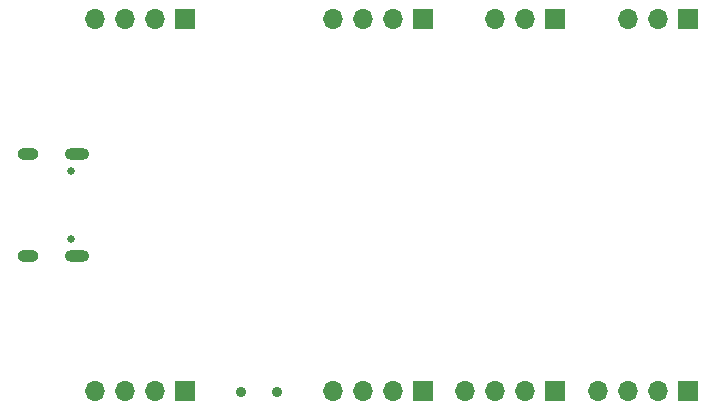
<source format=gbr>
%TF.GenerationSoftware,KiCad,Pcbnew,8.0.5*%
%TF.CreationDate,2024-12-16T02:16:42+02:00*%
%TF.ProjectId,TheXeric,54686558-6572-4696-932e-6b696361645f,1.0*%
%TF.SameCoordinates,Original*%
%TF.FileFunction,Soldermask,Bot*%
%TF.FilePolarity,Negative*%
%FSLAX46Y46*%
G04 Gerber Fmt 4.6, Leading zero omitted, Abs format (unit mm)*
G04 Created by KiCad (PCBNEW 8.0.5) date 2024-12-16 02:16:42*
%MOMM*%
%LPD*%
G01*
G04 APERTURE LIST*
%ADD10R,1.700000X1.700000*%
%ADD11O,1.700000X1.700000*%
%ADD12C,0.650000*%
%ADD13O,2.100000X1.000000*%
%ADD14O,1.800000X1.000000*%
%ADD15C,0.900000*%
G04 APERTURE END LIST*
D10*
%TO.C,J3*%
X125410000Y-110340000D03*
D11*
X122870000Y-110340000D03*
X120330000Y-110340000D03*
X117790000Y-110340000D03*
%TD*%
D10*
%TO.C,J9*%
X156760000Y-78860000D03*
D11*
X154220000Y-78860000D03*
X151680000Y-78860000D03*
%TD*%
D10*
%TO.C,J4*%
X167990000Y-78860000D03*
D11*
X165450000Y-78860000D03*
X162910000Y-78860000D03*
%TD*%
D10*
%TO.C,J8*%
X145510000Y-78860000D03*
D11*
X142970000Y-78860000D03*
X140430000Y-78860000D03*
X137890000Y-78860000D03*
%TD*%
D12*
%TO.C,J1*%
X115755000Y-91710000D03*
X115755000Y-97490000D03*
D13*
X116255000Y-90280000D03*
D14*
X112075000Y-90280000D03*
D13*
X116255000Y-98920000D03*
D14*
X112075000Y-98920000D03*
%TD*%
D10*
%TO.C,J6*%
X145510000Y-110340000D03*
D11*
X142970000Y-110340000D03*
X140430000Y-110340000D03*
X137890000Y-110340000D03*
%TD*%
D10*
%TO.C,J2*%
X125410000Y-78860000D03*
D11*
X122870000Y-78860000D03*
X120330000Y-78860000D03*
X117790000Y-78860000D03*
%TD*%
D10*
%TO.C,J7*%
X156760000Y-110340000D03*
D11*
X154220000Y-110340000D03*
X151680000Y-110340000D03*
X149140000Y-110340000D03*
%TD*%
D10*
%TO.C,J5*%
X167990000Y-110340000D03*
D11*
X165450000Y-110340000D03*
X162910000Y-110340000D03*
X160370000Y-110340000D03*
%TD*%
D15*
%TO.C,SW1*%
X130160000Y-110370000D03*
X133160000Y-110370000D03*
%TD*%
M02*

</source>
